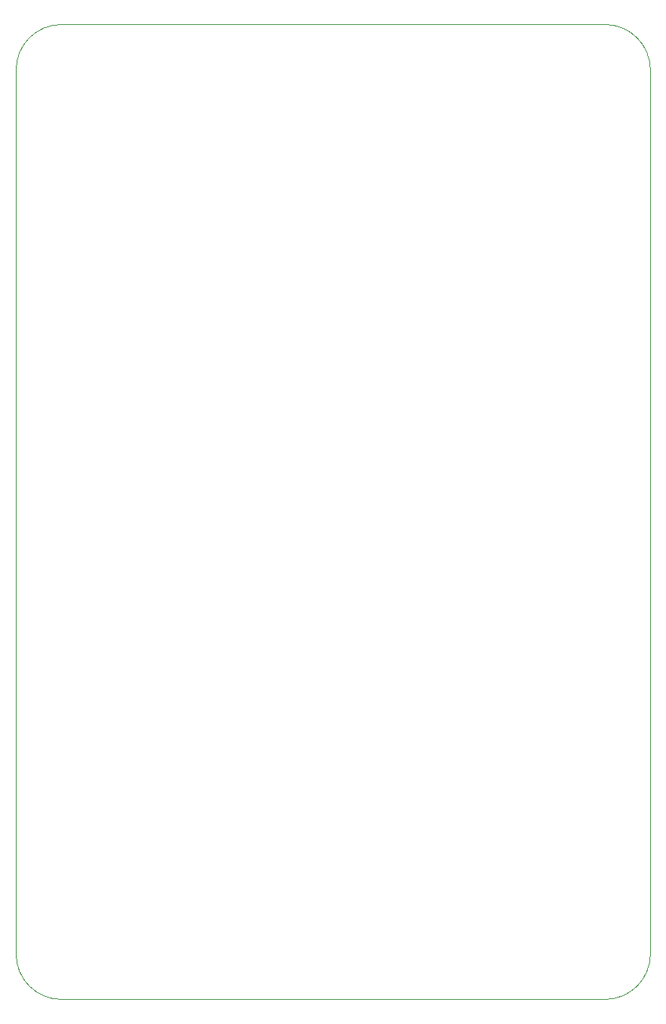
<source format=gbr>
%TF.GenerationSoftware,KiCad,Pcbnew,7.0.8*%
%TF.CreationDate,2023-11-14T18:00:57-08:00*%
%TF.ProjectId,guitar_pedal_4layer,67756974-6172-45f7-9065-64616c5f346c,rev?*%
%TF.SameCoordinates,Original*%
%TF.FileFunction,Profile,NP*%
%FSLAX46Y46*%
G04 Gerber Fmt 4.6, Leading zero omitted, Abs format (unit mm)*
G04 Created by KiCad (PCBNEW 7.0.8) date 2023-11-14 18:00:57*
%MOMM*%
%LPD*%
G01*
G04 APERTURE LIST*
%TA.AperFunction,Profile*%
%ADD10C,0.050000*%
%TD*%
G04 APERTURE END LIST*
D10*
X116840000Y-147320000D02*
G75*
G03*
X121920000Y-152400000I5080000J0D01*
G01*
X182880000Y-43180000D02*
X121920000Y-43180000D01*
X187960000Y-48260000D02*
G75*
G03*
X182880000Y-43180000I-5080000J0D01*
G01*
X182880000Y-152400000D02*
G75*
G03*
X187960000Y-147320000I0J5080000D01*
G01*
X121920000Y-43180000D02*
G75*
G03*
X116840000Y-48260000I0J-5080000D01*
G01*
X187960000Y-48260000D02*
X187960000Y-147320000D01*
X116840000Y-48260000D02*
X116840000Y-147320000D01*
X182880000Y-152400000D02*
X121920000Y-152400000D01*
M02*

</source>
